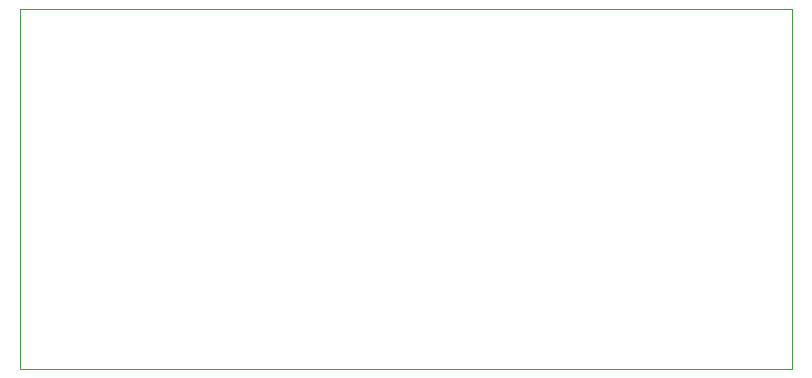
<source format=gbr>
G04 #@! TF.GenerationSoftware,KiCad,Pcbnew,(5.1.2)-2*
G04 #@! TF.CreationDate,2019-07-06T21:40:03+08:00*
G04 #@! TF.ProjectId,ADA4522,41444134-3532-4322-9e6b-696361645f70,rev?*
G04 #@! TF.SameCoordinates,Original*
G04 #@! TF.FileFunction,Profile,NP*
%FSLAX46Y46*%
G04 Gerber Fmt 4.6, Leading zero omitted, Abs format (unit mm)*
G04 Created by KiCad (PCBNEW (5.1.2)-2) date 2019-07-06 21:40:03*
%MOMM*%
%LPD*%
G04 APERTURE LIST*
%ADD10C,0.050000*%
G04 APERTURE END LIST*
D10*
X114935000Y-66675000D02*
X114935000Y-68580000D01*
X180340000Y-66675000D02*
X114935000Y-66675000D01*
X180340000Y-97155000D02*
X180340000Y-66675000D01*
X114935000Y-97155000D02*
X180340000Y-97155000D01*
X114935000Y-68580000D02*
X114935000Y-97155000D01*
M02*

</source>
